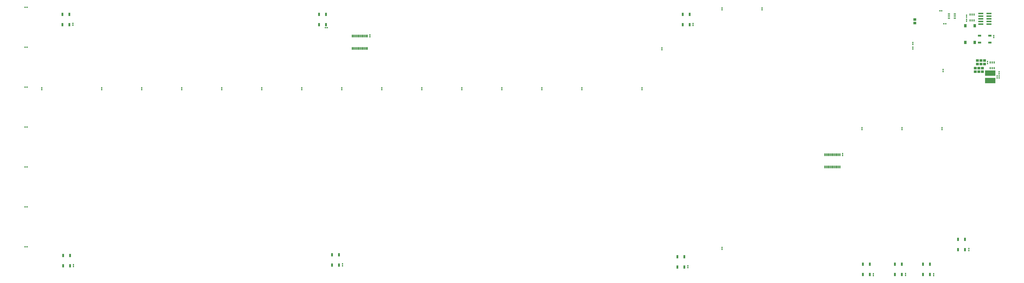
<source format=gbp>
G04*
G04 #@! TF.GenerationSoftware,Altium Limited,Altium Designer,20.0.7 (75)*
G04*
G04 Layer_Color=128*
%FSLAX44Y44*%
%MOMM*%
G71*
G01*
G75*
%ADD10R,0.6500X0.5500*%
%ADD33R,0.9000X1.5000*%
%ADD34R,0.6200X0.6600*%
%ADD35R,0.6600X0.6200*%
%ADD36R,0.5500X0.6500*%
%ADD37O,0.4500X1.4000*%
%ADD38R,1.4000X1.2000*%
%ADD39R,4.9000X2.5000*%
%ADD41R,1.0000X0.6000*%
%ADD42R,0.6000X1.0000*%
%ADD43R,0.5500X1.0500*%
%ADD44R,1.5000X0.9000*%
%ADD45R,1.3000X1.5500*%
G04:AMPARAMS|DCode=47|XSize=0.76mm|YSize=2.4mm|CornerRadius=0.19mm|HoleSize=0mm|Usage=FLASHONLY|Rotation=90.000|XOffset=0mm|YOffset=0mm|HoleType=Round|Shape=RoundedRectangle|*
%AMROUNDEDRECTD47*
21,1,0.7600,2.0200,0,0,90.0*
21,1,0.3800,2.4000,0,0,90.0*
1,1,0.3800,1.0100,0.1900*
1,1,0.3800,1.0100,-0.1900*
1,1,0.3800,-1.0100,-0.1900*
1,1,0.3800,-1.0100,0.1900*
%
%ADD47ROUNDEDRECTD47*%
D10*
X4404500Y1226000D02*
D03*
X4413500D02*
D03*
X30500Y733500D02*
D03*
X39500D02*
D03*
X30500Y352500D02*
D03*
X39500D02*
D03*
X30500Y924000D02*
D03*
X39500D02*
D03*
X30500Y1114500D02*
D03*
X39500D02*
D03*
X30500Y543000D02*
D03*
X39500D02*
D03*
X30500Y1305000D02*
D03*
X39500D02*
D03*
X30500Y162000D02*
D03*
X39500D02*
D03*
X4385500Y1288000D02*
D03*
X4394500D02*
D03*
D33*
X3161500Y1271000D02*
D03*
X3194500D02*
D03*
Y1222000D02*
D03*
X3161500D02*
D03*
X1430500Y1271000D02*
D03*
X1463500D02*
D03*
Y1222000D02*
D03*
X1430500D02*
D03*
X208500Y1271000D02*
D03*
X241500D02*
D03*
Y1222000D02*
D03*
X208500D02*
D03*
X211500Y120500D02*
D03*
X244500D02*
D03*
Y71500D02*
D03*
X211500D02*
D03*
X1491500Y123500D02*
D03*
X1524500D02*
D03*
Y74500D02*
D03*
X1491500D02*
D03*
X3136500Y114500D02*
D03*
X3169500D02*
D03*
Y65500D02*
D03*
X3136500D02*
D03*
X4019500Y78500D02*
D03*
X4052500D02*
D03*
Y29500D02*
D03*
X4019500D02*
D03*
X4171500Y78500D02*
D03*
X4204500D02*
D03*
Y29500D02*
D03*
X4171500D02*
D03*
X4305500Y78500D02*
D03*
X4338500D02*
D03*
Y29500D02*
D03*
X4305500D02*
D03*
X4472500Y197500D02*
D03*
X4505500D02*
D03*
Y148500D02*
D03*
X4472500D02*
D03*
D34*
X3211000Y1226900D02*
D03*
Y1218100D02*
D03*
X258000Y1227900D02*
D03*
Y1219100D02*
D03*
X261000Y76400D02*
D03*
Y67600D02*
D03*
X1542000Y80400D02*
D03*
Y71600D02*
D03*
X3186000Y71400D02*
D03*
Y62600D02*
D03*
X4069025Y33400D02*
D03*
Y24600D02*
D03*
X4222000Y34000D02*
D03*
Y25200D02*
D03*
X4356000Y33400D02*
D03*
Y24600D02*
D03*
X4524000Y153000D02*
D03*
Y144200D02*
D03*
X3923000Y597600D02*
D03*
Y606400D02*
D03*
X1672000Y1164200D02*
D03*
Y1173000D02*
D03*
X4667500Y976900D02*
D03*
Y968100D02*
D03*
X4513000Y1247400D02*
D03*
Y1238600D02*
D03*
Y1258300D02*
D03*
Y1267100D02*
D03*
X4642000Y1160600D02*
D03*
Y1169400D02*
D03*
D35*
X1460200Y1207500D02*
D03*
X1469000D02*
D03*
D36*
X4401000Y1007500D02*
D03*
Y998500D02*
D03*
X4257000Y1127500D02*
D03*
Y1136500D02*
D03*
Y1114500D02*
D03*
Y1105500D02*
D03*
X4612500Y1036750D02*
D03*
Y1045750D02*
D03*
X4667500Y996500D02*
D03*
Y987500D02*
D03*
X4658500Y977000D02*
D03*
Y968000D02*
D03*
X4396250Y730300D02*
D03*
Y721300D02*
D03*
X4205750Y730300D02*
D03*
Y721300D02*
D03*
X4015250Y730300D02*
D03*
Y721300D02*
D03*
X3348500Y158800D02*
D03*
Y149800D02*
D03*
X3539000Y1301800D02*
D03*
Y1292800D02*
D03*
X3348500Y1301800D02*
D03*
Y1292800D02*
D03*
X3062750Y1111300D02*
D03*
Y1102300D02*
D03*
X2300750Y920800D02*
D03*
Y911800D02*
D03*
X1729250Y920800D02*
D03*
Y911800D02*
D03*
X2967500Y920800D02*
D03*
Y911800D02*
D03*
X2681750Y920800D02*
D03*
Y911800D02*
D03*
X2491250Y920800D02*
D03*
Y911800D02*
D03*
X586250Y920800D02*
D03*
Y911800D02*
D03*
X2110250Y920800D02*
D03*
Y911800D02*
D03*
X395750Y920800D02*
D03*
Y911800D02*
D03*
X1919750Y920800D02*
D03*
Y911800D02*
D03*
X110000Y920800D02*
D03*
Y911800D02*
D03*
X1538750Y920800D02*
D03*
Y911800D02*
D03*
X1348250Y920800D02*
D03*
Y911800D02*
D03*
X1157750Y920800D02*
D03*
Y911800D02*
D03*
X967250Y920800D02*
D03*
Y911800D02*
D03*
X776750Y920800D02*
D03*
Y911800D02*
D03*
D37*
X3838250Y601500D02*
D03*
X3844750D02*
D03*
X3851250D02*
D03*
X3857750D02*
D03*
X3864250D02*
D03*
X3870750D02*
D03*
X3877250D02*
D03*
X3883750D02*
D03*
X3890250D02*
D03*
X3896750D02*
D03*
X3903250D02*
D03*
X3909750D02*
D03*
X3838250Y542500D02*
D03*
X3844750D02*
D03*
X3851250D02*
D03*
X3857750D02*
D03*
X3864250D02*
D03*
X3870750D02*
D03*
X3877250D02*
D03*
X3883750D02*
D03*
X3890250D02*
D03*
X3896750D02*
D03*
X3903250D02*
D03*
X3909750D02*
D03*
X1588250Y1167500D02*
D03*
X1594750D02*
D03*
X1601250D02*
D03*
X1607750D02*
D03*
X1614250D02*
D03*
X1620750D02*
D03*
X1627250D02*
D03*
X1633750D02*
D03*
X1640250D02*
D03*
X1646750D02*
D03*
X1653250D02*
D03*
X1659750D02*
D03*
X1588250Y1108500D02*
D03*
X1594750D02*
D03*
X1601250D02*
D03*
X1607750D02*
D03*
X1614250D02*
D03*
X1620750D02*
D03*
X1627250D02*
D03*
X1633750D02*
D03*
X1640250D02*
D03*
X1646750D02*
D03*
X1653250D02*
D03*
X1659750D02*
D03*
D38*
X4581500Y1051000D02*
D03*
Y1034000D02*
D03*
X4598500Y1051000D02*
D03*
Y1034000D02*
D03*
X4564500Y1051000D02*
D03*
Y1034000D02*
D03*
X4554500Y997250D02*
D03*
Y1014250D02*
D03*
X4571500Y997250D02*
D03*
Y1014250D02*
D03*
X4588500Y997250D02*
D03*
Y1014250D02*
D03*
X4266000Y1229500D02*
D03*
Y1246500D02*
D03*
D39*
X4625000Y955000D02*
D03*
Y991000D02*
D03*
D41*
X4456750Y1272500D02*
D03*
Y1263000D02*
D03*
Y1253500D02*
D03*
X4429250D02*
D03*
Y1263000D02*
D03*
Y1272500D02*
D03*
D42*
X4529500Y1242250D02*
D03*
X4539000D02*
D03*
X4548500D02*
D03*
Y1269750D02*
D03*
X4539000D02*
D03*
X4529500D02*
D03*
D43*
X4644000Y1041250D02*
D03*
X4634500D02*
D03*
X4625000D02*
D03*
Y1014750D02*
D03*
X4634500D02*
D03*
X4644000D02*
D03*
D44*
X4574500Y1136500D02*
D03*
Y1169500D02*
D03*
X4623500D02*
D03*
Y1136500D02*
D03*
D45*
X4506500Y1216750D02*
D03*
Y1137250D02*
D03*
X4551500D02*
D03*
Y1216750D02*
D03*
D47*
X4619500Y1275400D02*
D03*
X4580500D02*
D03*
X4619500Y1262700D02*
D03*
X4580500D02*
D03*
X4619500Y1250000D02*
D03*
X4580500D02*
D03*
X4619500Y1237300D02*
D03*
X4580500D02*
D03*
X4619500Y1224600D02*
D03*
X4580500D02*
D03*
M02*

</source>
